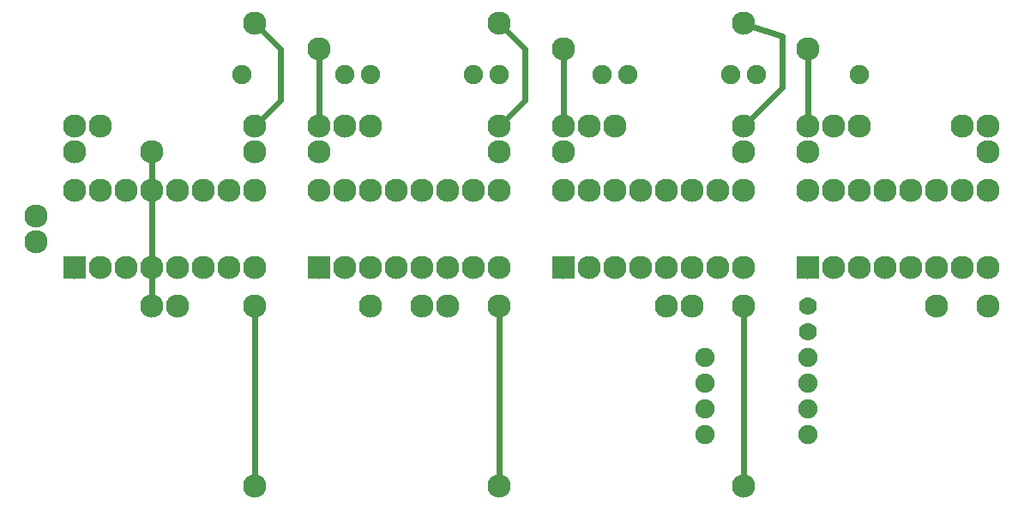
<source format=gtl>
G04 MADE WITH FRITZING*
G04 WWW.FRITZING.ORG*
G04 DOUBLE SIDED*
G04 HOLES PLATED*
G04 CONTOUR ON CENTER OF CONTOUR VECTOR*
%ASAXBY*%
%FSLAX23Y23*%
%MOIN*%
%OFA0B0*%
%SFA1.0B1.0*%
%ADD10C,0.075000*%
%ADD11C,0.070000*%
%ADD12C,0.090551*%
%ADD13R,0.090551X0.090551*%
%ADD14C,0.024000*%
%LNCOPPER1*%
G90*
G70*
G54D10*
X970Y1839D03*
X1370Y1839D03*
X1470Y1839D03*
X1870Y1839D03*
X1970Y1839D03*
X2370Y1839D03*
X2470Y1839D03*
X2870Y1839D03*
X2970Y1839D03*
X3370Y1839D03*
X2770Y439D03*
X3170Y439D03*
X2770Y539D03*
X3170Y539D03*
X2770Y639D03*
X3170Y639D03*
X2770Y739D03*
X3170Y739D03*
G54D11*
X3170Y839D03*
X3170Y940D03*
G54D12*
X3170Y1089D03*
X3170Y1389D03*
X3270Y1089D03*
X3270Y1389D03*
X3370Y1089D03*
X3370Y1389D03*
X3470Y1089D03*
X3470Y1389D03*
X3570Y1089D03*
X3570Y1389D03*
X3670Y1089D03*
X3670Y1389D03*
X3770Y1089D03*
X3770Y1389D03*
X3870Y1089D03*
X3870Y1389D03*
X2220Y1089D03*
X2220Y1389D03*
X2320Y1089D03*
X2320Y1389D03*
X2420Y1089D03*
X2420Y1389D03*
X2520Y1089D03*
X2520Y1389D03*
X2620Y1089D03*
X2620Y1389D03*
X2720Y1089D03*
X2720Y1389D03*
X2820Y1089D03*
X2820Y1389D03*
X2920Y1089D03*
X2920Y1389D03*
X1270Y1089D03*
X1270Y1389D03*
X1370Y1089D03*
X1370Y1389D03*
X1470Y1089D03*
X1470Y1389D03*
X1570Y1089D03*
X1570Y1389D03*
X1670Y1089D03*
X1670Y1389D03*
X1770Y1089D03*
X1770Y1389D03*
X1870Y1089D03*
X1870Y1389D03*
X1970Y1089D03*
X1970Y1389D03*
X3770Y1639D03*
X3670Y939D03*
X2620Y939D03*
X2720Y939D03*
X1670Y939D03*
X1770Y939D03*
X720Y939D03*
X1270Y1539D03*
X420Y1639D03*
X1020Y239D03*
X1970Y239D03*
X2920Y239D03*
X2920Y939D03*
X1970Y939D03*
X1470Y939D03*
X620Y939D03*
X1020Y939D03*
X2220Y1939D03*
X1270Y1939D03*
X3170Y1939D03*
X320Y1639D03*
X2220Y1639D03*
X1270Y1639D03*
X3170Y1639D03*
X2920Y2039D03*
X1970Y2039D03*
X1020Y2039D03*
X2920Y1639D03*
X1970Y1639D03*
X1020Y1639D03*
X320Y1539D03*
X1370Y1639D03*
X1470Y1639D03*
X3270Y1639D03*
X3370Y1639D03*
X2320Y1639D03*
X2420Y1639D03*
X2220Y1539D03*
X3870Y1539D03*
X3170Y1539D03*
X2920Y1539D03*
X1970Y1539D03*
X620Y1539D03*
X1020Y1539D03*
X3870Y1639D03*
X3870Y939D03*
X170Y1289D03*
X170Y1189D03*
X320Y1089D03*
X320Y1389D03*
X420Y1089D03*
X420Y1389D03*
X520Y1089D03*
X520Y1389D03*
X620Y1089D03*
X620Y1389D03*
X720Y1089D03*
X720Y1389D03*
X820Y1089D03*
X820Y1389D03*
X920Y1089D03*
X920Y1389D03*
X1020Y1089D03*
X1020Y1389D03*
G54D13*
X3170Y1089D03*
X2220Y1089D03*
X1270Y1089D03*
X320Y1089D03*
G54D14*
X1970Y264D02*
X1970Y914D01*
D02*
X2920Y264D02*
X2920Y914D01*
D02*
X620Y964D02*
X620Y1515D01*
D02*
X1020Y264D02*
X1020Y914D01*
D02*
X1120Y1940D02*
X1038Y2022D01*
D02*
X1120Y1739D02*
X1120Y1940D01*
D02*
X1038Y1657D02*
X1120Y1739D01*
D02*
X3069Y1989D02*
X2944Y2031D01*
D02*
X3069Y1790D02*
X3069Y1989D01*
D02*
X2937Y1657D02*
X3069Y1790D01*
D02*
X2069Y1940D02*
X1988Y2022D01*
D02*
X2070Y1739D02*
X2069Y1940D01*
D02*
X1988Y1657D02*
X2070Y1739D01*
D02*
X3170Y1664D02*
X3170Y1915D01*
D02*
X2220Y1664D02*
X2220Y1915D01*
D02*
X1270Y1664D02*
X1270Y1915D01*
G04 End of Copper1*
M02*
</source>
